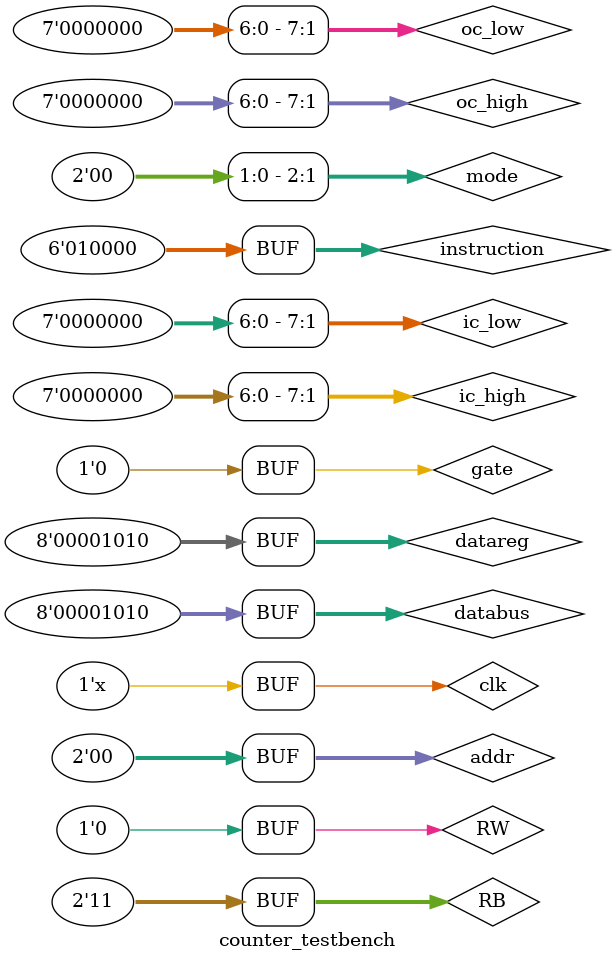
<source format=v>
`timescale 1ns/1ps

module counter_testbench;
    reg clk=0;
    always #5 clk = !clk;
    reg gate = 0;
    wire out;
    
    reg [7:0] datareg;
    wire [7:0] databus;
    reg [1:0] addr;
    reg RW; //0 scrittura, 1 lettura
    reg [5:0] instruction;
    reg [1:0] RB;
    
    initial begin
        RW = 0;
        addr = 2'b00;
        RB = 2'b11;
        instruction = 6'b010000; //Low byte, mode 0, no BCD
        datareg = 8'd10;
        #500;
    end
    
    //semaforo
    assign databus = (RW) ? 8'bZ : datareg;
    
    
    
    counter COUNTER (
        .databus(databus), .addrbus(addr), .RWbus(RW),
        .clk(clk), .gate(gate), .out(out),
        .CWRmode(instruction), .read_back(RB)
    );
    defparam COUNTER.COUNTER_ID = 2'b00;
    
    //fili d'osservazione dei collegamenti interni
    wire write_high = COUNTER.write_high;
    wire write_low = COUNTER.write_low;
    wire CR_reset = COUNTER.CR_reset;
    wire start_count = COUNTER.start_count; 
    wire count_finished = COUNTER.count_finished;
    wire read_high = COUNTER.read_high;
    wire read_low = COUNTER.read_low;
    wire latch_high = COUNTER.latch_high;
    wire latch_low = COUNTER.latch_low;
    wire OL_reset = COUNTER.OL_reset; 
    wire null_count = COUNTER.null_count; 
    wire [7:0] ic_high = COUNTER.ic_high;
    wire [7:0] ic_low = COUNTER.ic_low;
    wire [7:0] oc_high = COUNTER.oc_high;
    wire [7:0] oc_low = COUNTER.oc_low;
    
    //fili d'osservazione di CL
    wire RW_high = COUNTER.CL.RW_high;
    wire RW_low = COUNTER.CL.RW_low;
    wire [2:0] mode = COUNTER.CL.mode;
    wire BCD = COUNTER.CL.BCD;
    wire COUNT_ = COUNTER.CL.COUNT_;
    wire STATUS_ = COUNTER.CL.STATUS_;
    wire half_write = COUNTER.CL.half_write; //1=write_low eseguito, 0=write_high eseguito;
    wire write_completed = COUNTER.CL.write_completed;
endmodule
</source>
